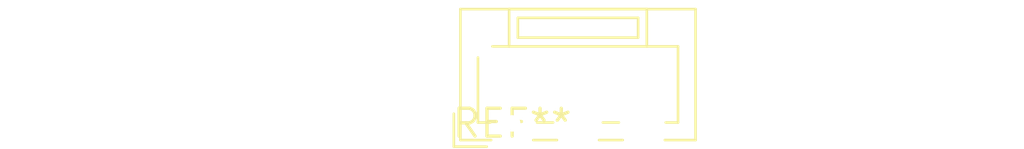
<source format=kicad_pcb>
(kicad_pcb (version 20240108) (generator pcbnew)
  (layers (0 "F.Cu" signal) (31 "B.Cu" signal) (34 "B.Paste" user) (35 "F.Paste" user) (36 "B.SilkS" user "B.Silkscreen") (37 "F.SilkS" user "F.Silkscreen") (38 "B.Mask" user) (39 "F.Mask" user) (44 "Edge.Cuts" user))
  (net 0 "")
  (footprint "JST_ZE_B05B-ZESK-1D_1x05_P1.50mm_Vertical" (layer "F.Cu") (at 0 0)
    (property "Reference" "REF**")
    (property "Value" "JST_ZE_B05B-ZESK-1D_1x05_P1.50mm_Vertical")
    (fp_line (start -2.66 -0.44) (end -2.66 1.06) (layer "F.SilkS") (stroke (width 0.12)))
    (fp_line (start -2.66 1.06) (end -1.16 1.06) (layer "F.SilkS") (stroke (width 0.12)))
    (fp_line (start -2.36 -5.21) (end 8.36 -5.21) (layer "F.SilkS") (stroke (width 0.12)))
    (fp_line (start -2.36 0.76) (end -2.36 -5.21) (layer "F.SilkS") (stroke (width 0.12)))
    (fp_line (start -1.56 -3) (end -1.56 -0.04) (layer "F.SilkS") (stroke (width 0.12)))
    (fp_line (start -1.56 -0.04) (end -1 -0.04) (layer "F.SilkS") (stroke (width 0.12)))
    (fp_line (start -0.96 0.76) (end -2.36 0.76) (layer "F.SilkS") (stroke (width 0.12)))
    (fp_line (start -0.14 -5.21) (end -0.14 -3.51) (layer "F.SilkS") (stroke (width 0.12)))
    (fp_line (start -0.14 -3.51) (end -0.9 -3.51) (layer "F.SilkS") (stroke (width 0.12)))
    (fp_line (start -0.14 -3.51) (end 6.14 -3.51) (layer "F.SilkS") (stroke (width 0.12)))
    (fp_line (start 0.26 -4.81) (end 0.26 -3.91) (layer "F.SilkS") (stroke (width 0.12)))
    (fp_line (start 0.26 -3.91) (end 5.74 -3.91) (layer "F.SilkS") (stroke (width 0.12)))
    (fp_line (start 0.96 0.76) (end 2.04 0.76) (layer "F.SilkS") (stroke (width 0.12)))
    (fp_line (start 1.135 -0.04) (end 1.865 -0.04) (layer "F.SilkS") (stroke (width 0.12)))
    (fp_line (start 3.96 0.76) (end 5.04 0.76) (layer "F.SilkS") (stroke (width 0.12)))
    (fp_line (start 4.135 -0.04) (end 4.865 -0.04) (layer "F.SilkS") (stroke (width 0.12)))
    (fp_line (start 5.74 -4.81) (end 0.26 -4.81) (layer "F.SilkS") (stroke (width 0.12)))
    (fp_line (start 5.74 -3.91) (end 5.74 -4.81) (layer "F.SilkS") (stroke (width 0.12)))
    (fp_line (start 6.14 -5.21) (end -0.14 -5.21) (layer "F.SilkS") (stroke (width 0.12)))
    (fp_line (start 6.14 -3.51) (end 6.14 -5.21) (layer "F.SilkS") (stroke (width 0.12)))
    (fp_line (start 6.14 -3.51) (end 7.56 -3.51) (layer "F.SilkS") (stroke (width 0.12)))
    (fp_line (start 7.56 -3.51) (end 7.56 -0.04) (layer "F.SilkS") (stroke (width 0.12)))
    (fp_line (start 7.56 -0.04) (end 7 -0.04) (layer "F.SilkS") (stroke (width 0.12)))
    (fp_line (start 8.36 -5.21) (end 8.36 0.76) (layer "F.SilkS") (stroke (width 0.12)))
    (fp_line (start 8.36 0.76) (end 6.96 0.76) (layer "F.SilkS") (stroke (width 0.12)))
    (pad "" np_thru_hole circle (at -1.65 -3.8) (size 0.85 0.85) (drill 0.85) (layers *.Cu *.Mask))
    (pad "1" thru_hole custom (at 0 0) (size 1.117157 1.117157) (drill 0.75) (layers *.Cu *.Mask) (remove_unused_layers) (options (clearance outline) (anchor circle)) (primitives (gr_poly (pts (xy 0.45 -0.225) (xy 0.45 0.625) (xy -0.45 0.625) (xy -0.45 -0.625) (xy 0.05 -0.625)) (width 0.5) (fill yes))))
    (pad "2" thru_hole oval (at 1.5 -2) (size 1.4 1.75) (drill 0.75) (layers *.Cu *.Mask) (remove_unused_layers))
    (pad "3" thru_hole oval (at 3 0) (size 1.4 1.75) (drill 0.75) (layers *.Cu *.Mask) (remove_unused_layers))
    (pad "4" thru_hole oval (at 4.5 -2) (size 1.4 1.75) (drill 0.75) (layers *.Cu *.Mask) (remove_unused_layers))
    (pad "5" thru_hole oval (at 6 0) (size 1.4 1.75) (drill 0.75) (layers *.Cu *.Mask) (remove_unused_layers))
  )
)
</source>
